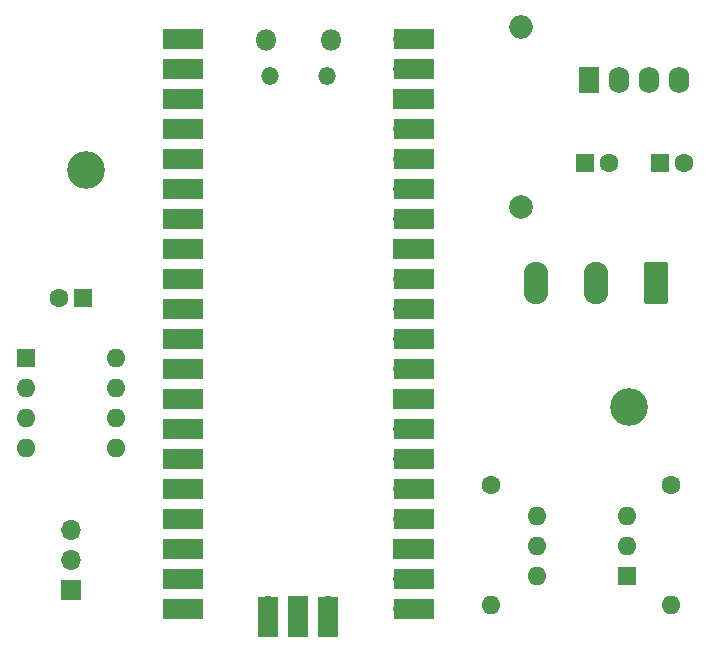
<source format=gbr>
G04 #@! TF.GenerationSoftware,KiCad,Pcbnew,7.0.9-7.0.9~ubuntu22.04.1*
G04 #@! TF.CreationDate,2023-12-23T17:14:06+01:00*
G04 #@! TF.ProjectId,pico-swm-px26a-pcb,7069636f-2d73-4776-9d2d-70783236612d,rev?*
G04 #@! TF.SameCoordinates,Original*
G04 #@! TF.FileFunction,Soldermask,Top*
G04 #@! TF.FilePolarity,Negative*
%FSLAX46Y46*%
G04 Gerber Fmt 4.6, Leading zero omitted, Abs format (unit mm)*
G04 Created by KiCad (PCBNEW 7.0.9-7.0.9~ubuntu22.04.1) date 2023-12-23 17:14:06*
%MOMM*%
%LPD*%
G01*
G04 APERTURE LIST*
G04 Aperture macros list*
%AMRoundRect*
0 Rectangle with rounded corners*
0 $1 Rounding radius*
0 $2 $3 $4 $5 $6 $7 $8 $9 X,Y pos of 4 corners*
0 Add a 4 corners polygon primitive as box body*
4,1,4,$2,$3,$4,$5,$6,$7,$8,$9,$2,$3,0*
0 Add four circle primitives for the rounded corners*
1,1,$1+$1,$2,$3*
1,1,$1+$1,$4,$5*
1,1,$1+$1,$6,$7*
1,1,$1+$1,$8,$9*
0 Add four rect primitives between the rounded corners*
20,1,$1+$1,$2,$3,$4,$5,0*
20,1,$1+$1,$4,$5,$6,$7,0*
20,1,$1+$1,$6,$7,$8,$9,0*
20,1,$1+$1,$8,$9,$2,$3,0*%
G04 Aperture macros list end*
%ADD10O,1.800000X1.800000*%
%ADD11O,1.500000X1.500000*%
%ADD12O,1.700000X1.700000*%
%ADD13R,3.500000X1.700000*%
%ADD14R,1.700000X1.700000*%
%ADD15R,1.700000X3.500000*%
%ADD16R,1.600000X1.600000*%
%ADD17C,1.600000*%
%ADD18O,1.600000X1.600000*%
%ADD19RoundRect,0.249999X0.790001X1.550001X-0.790001X1.550001X-0.790001X-1.550001X0.790001X-1.550001X0*%
%ADD20O,2.080000X3.600000*%
%ADD21C,2.000000*%
%ADD22O,2.000000X2.000000*%
%ADD23R,1.750000X2.250000*%
%ADD24O,1.750000X2.250000*%
%ADD25C,3.200000*%
G04 APERTURE END LIST*
D10*
G04 #@! TO.C,U1*
X128275000Y-76000000D03*
D11*
X128575000Y-79030000D03*
X133425000Y-79030000D03*
D10*
X133725000Y-76000000D03*
D12*
X122110000Y-75870000D03*
D13*
X121210000Y-75870000D03*
D12*
X122110000Y-78410000D03*
D13*
X121210000Y-78410000D03*
D14*
X122110000Y-80950000D03*
D13*
X121210000Y-80950000D03*
D12*
X122110000Y-83490000D03*
D13*
X121210000Y-83490000D03*
D12*
X122110000Y-86030000D03*
D13*
X121210000Y-86030000D03*
D12*
X122110000Y-88570000D03*
D13*
X121210000Y-88570000D03*
D12*
X122110000Y-91110000D03*
D13*
X121210000Y-91110000D03*
D14*
X122110000Y-93650000D03*
D13*
X121210000Y-93650000D03*
D12*
X122110000Y-96190000D03*
D13*
X121210000Y-96190000D03*
D12*
X122110000Y-98730000D03*
D13*
X121210000Y-98730000D03*
D12*
X122110000Y-101270000D03*
D13*
X121210000Y-101270000D03*
D12*
X122110000Y-103810000D03*
D13*
X121210000Y-103810000D03*
D14*
X122110000Y-106350000D03*
D13*
X121210000Y-106350000D03*
D12*
X122110000Y-108890000D03*
D13*
X121210000Y-108890000D03*
D12*
X122110000Y-111430000D03*
D13*
X121210000Y-111430000D03*
D12*
X122110000Y-113970000D03*
D13*
X121210000Y-113970000D03*
D12*
X122110000Y-116510000D03*
D13*
X121210000Y-116510000D03*
D14*
X122110000Y-119050000D03*
D13*
X121210000Y-119050000D03*
D12*
X122110000Y-121590000D03*
D13*
X121210000Y-121590000D03*
D12*
X122110000Y-124130000D03*
D13*
X121210000Y-124130000D03*
D12*
X139890000Y-124130000D03*
D13*
X140790000Y-124130000D03*
D12*
X139890000Y-121590000D03*
D13*
X140790000Y-121590000D03*
D14*
X139890000Y-119050000D03*
D13*
X140790000Y-119050000D03*
D12*
X139890000Y-116510000D03*
D13*
X140790000Y-116510000D03*
D12*
X139890000Y-113970000D03*
D13*
X140790000Y-113970000D03*
D12*
X139890000Y-111430000D03*
D13*
X140790000Y-111430000D03*
D12*
X139890000Y-108890000D03*
D13*
X140790000Y-108890000D03*
D14*
X139890000Y-106350000D03*
D13*
X140790000Y-106350000D03*
D12*
X139890000Y-103810000D03*
D13*
X140790000Y-103810000D03*
D12*
X139890000Y-101270000D03*
D13*
X140790000Y-101270000D03*
D12*
X139890000Y-98730000D03*
D13*
X140790000Y-98730000D03*
D12*
X139890000Y-96190000D03*
D13*
X140790000Y-96190000D03*
D14*
X139890000Y-93650000D03*
D13*
X140790000Y-93650000D03*
D12*
X139890000Y-91110000D03*
D13*
X140790000Y-91110000D03*
D12*
X139890000Y-88570000D03*
D13*
X140790000Y-88570000D03*
D12*
X139890000Y-86030000D03*
D13*
X140790000Y-86030000D03*
D12*
X139890000Y-83490000D03*
D13*
X140790000Y-83490000D03*
D14*
X139890000Y-80950000D03*
D13*
X140790000Y-80950000D03*
D12*
X139890000Y-78410000D03*
D13*
X140790000Y-78410000D03*
D12*
X139890000Y-75870000D03*
D13*
X140790000Y-75870000D03*
D12*
X128460000Y-123900000D03*
D15*
X128460000Y-124800000D03*
D14*
X131000000Y-123900000D03*
D15*
X131000000Y-124800000D03*
D12*
X133540000Y-123900000D03*
D15*
X133540000Y-124800000D03*
G04 #@! TD*
D16*
G04 #@! TO.C,C2*
X161604888Y-86360000D03*
D17*
X163604888Y-86360000D03*
G04 #@! TD*
D16*
G04 #@! TO.C,U3*
X107960000Y-102880000D03*
D18*
X107960000Y-105420000D03*
X107960000Y-107960000D03*
X107960000Y-110500000D03*
X115580000Y-110500000D03*
X115580000Y-107960000D03*
X115580000Y-105420000D03*
X115580000Y-102880000D03*
G04 #@! TD*
D16*
G04 #@! TO.C,C1*
X155254888Y-86360000D03*
D17*
X157254888Y-86360000D03*
G04 #@! TD*
D19*
G04 #@! TO.C,J2*
X161290000Y-96520000D03*
D20*
X156210000Y-96520000D03*
X151130000Y-96520000D03*
G04 #@! TD*
D21*
G04 #@! TO.C,L1*
X149860000Y-90125000D03*
D22*
X149860000Y-74885000D03*
G04 #@! TD*
D17*
G04 #@! TO.C,R1*
X147320000Y-113665000D03*
D18*
X147320000Y-123825000D03*
G04 #@! TD*
D16*
G04 #@! TO.C,U2*
X158800000Y-121366000D03*
D18*
X158800000Y-118826000D03*
X158800000Y-116286000D03*
X151180000Y-116286000D03*
X151180000Y-118826000D03*
X151180000Y-121366000D03*
G04 #@! TD*
D23*
G04 #@! TO.C,PS1*
X155575000Y-79375000D03*
D24*
X158115000Y-79375000D03*
X160655000Y-79375000D03*
X163195000Y-79375000D03*
G04 #@! TD*
D14*
G04 #@! TO.C,J1*
X111760000Y-122540000D03*
D12*
X111760000Y-120000000D03*
X111760000Y-117460000D03*
G04 #@! TD*
D16*
G04 #@! TO.C,C3*
X112715113Y-97790000D03*
D17*
X110715113Y-97790000D03*
G04 #@! TD*
G04 #@! TO.C,R2*
X162560000Y-113665000D03*
D18*
X162560000Y-123825000D03*
G04 #@! TD*
D25*
G04 #@! TO.C,H2*
X159000000Y-107000000D03*
G04 #@! TD*
G04 #@! TO.C,H1*
X113000000Y-87000000D03*
G04 #@! TD*
M02*

</source>
